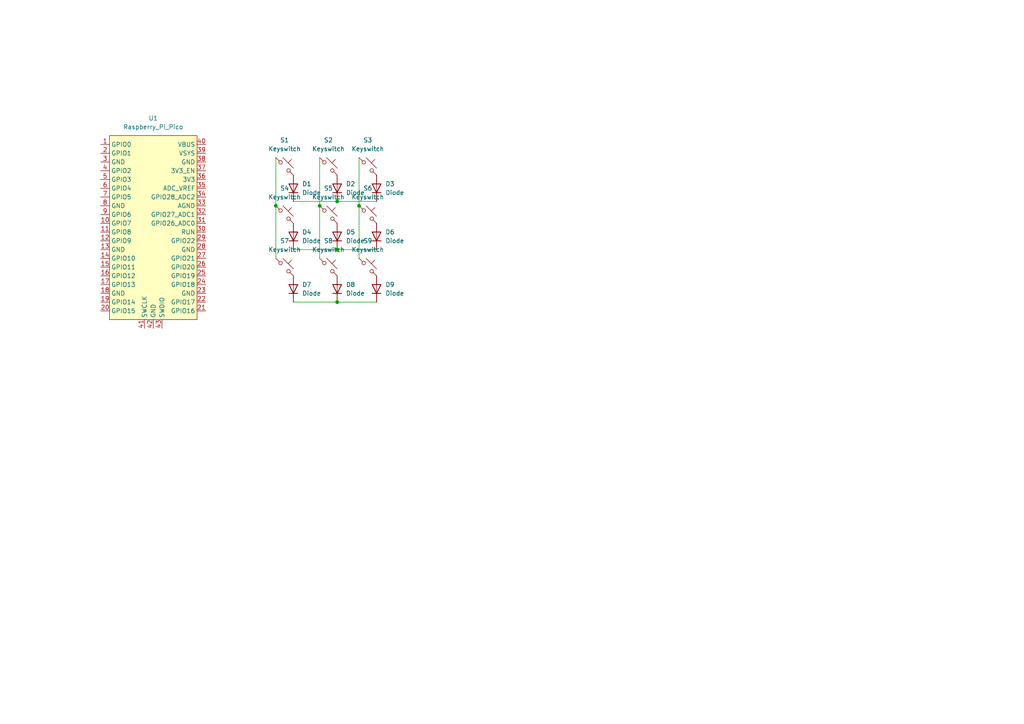
<source format=kicad_sch>
(kicad_sch (version 20250114) (generator "eeschema") (generator_version "9.0")
  (paper "A4")
  (lib_symbols
    (symbol "ScottoKeebs:MCU_Raspberry_Pi_Pico"
      (property "Reference" "U" (at 0 0 0))
      (property "Value" "Raspberry_Pi_Pico" (at 0 27.94 0))
      (symbol "MCU_Raspberry_Pi_Pico_0_1"
        (rectangle (start -12.7 26.67) (end 12.7 -26.67) (fill (type background)))
      )
      (symbol "MCU_Raspberry_Pi_Pico_1_1"
        (pin bidirectional line (at -15.24 24.13 0) (length 2.54) (name "GPIO0") (number "1"))
        (pin bidirectional line (at -15.24 21.59 0) (length 2.54) (name "GPIO1") (number "2"))
        (pin power_in line (at -15.24 19.05 0) (length 2.54) (name "GND") (number "3"))
        (pin bidirectional line (at -15.24 16.51 0) (length 2.54) (name "GPIO2") (number "4"))
        (pin bidirectional line (at -15.24 13.97 0) (length 2.54) (name "GPIO3") (number "5"))
        (pin bidirectional line (at -15.24 11.43 0) (length 2.54) (name "GPIO4") (number "6"))
        (pin bidirectional line (at -15.24 8.89 0) (length 2.54) (name "GPIO5") (number "7"))
        (pin power_in line (at -15.24 6.35 0) (length 2.54) (name "GND") (number "8"))
        (pin bidirectional line (at -15.24 3.81 0) (length 2.54) (name "GPIO6") (number "9"))
        (pin bidirectional line (at -15.24 1.27 0) (length 2.54) (name "GPIO7") (number "10"))
        (pin bidirectional line (at -15.24 -1.27 0) (length 2.54) (name "GPIO8") (number "11"))
        (pin bidirectional line (at -15.24 -3.81 0) (length 2.54) (name "GPIO9") (number "12"))
        (pin power_in line (at -15.24 -6.35 0) (length 2.54) (name "GND") (number "13"))
        (pin bidirectional line (at -15.24 -8.89 0) (length 2.54) (name "GPIO10") (number "14"))
        (pin bidirectional line (at -15.24 -11.43 0) (length 2.54) (name "GPIO11") (number "15"))
        (pin bidirectional line (at -15.24 -13.97 0) (length 2.54) (name "GPIO12") (number "16"))
        (pin bidirectional line (at -15.24 -16.51 0) (length 2.54) (name "GPIO13") (number "17"))
        (pin power_in line (at -15.24 -19.05 0) (length 2.54) (name "GND") (number "18"))
        (pin bidirectional line (at -15.24 -21.59 0) (length 2.54) (name "GPIO14") (number "19"))
        (pin bidirectional line (at -15.24 -24.13 0) (length 2.54) (name "GPIO15") (number "20"))
        (pin input line (at -2.54 -29.21 90) (length 2.54) (name "SWCLK") (number "41"))
        (pin power_in line (at 0 -29.21 90) (length 2.54) (name "GND") (number "42"))
        (pin bidirectional line (at 2.54 -29.21 90) (length 2.54) (name "SWDIO") (number "43"))
        (pin power_in line (at 15.24 24.13 180) (length 2.54) (name "VBUS") (number "40"))
        (pin power_in line (at 15.24 21.59 180) (length 2.54) (name "VSYS") (number "39"))
        (pin bidirectional line (at 15.24 19.05 180) (length 2.54) (name "GND") (number "38"))
        (pin input line (at 15.24 16.51 180) (length 2.54) (name "3V3_EN") (number "37"))
        (pin power_in line (at 15.24 13.97 180) (length 2.54) (name "3V3") (number "36"))
        (pin power_in line (at 15.24 11.43 180) (length 2.54) (name "ADC_VREF") (number "35"))
        (pin bidirectional line (at 15.24 8.89 180) (length 2.54) (name "GPIO28_ADC2") (number "34"))
        (pin power_in line (at 15.24 6.35 180) (length 2.54) (name "AGND") (number "33"))
        (pin bidirectional line (at 15.24 3.81 180) (length 2.54) (name "GPIO27_ADC1") (number "32"))
        (pin bidirectional line (at 15.24 1.27 180) (length 2.54) (name "GPIO26_ADC0") (number "31"))
        (pin input line (at 15.24 -1.27 180) (length 2.54) (name "RUN") (number "30"))
        (pin bidirectional line (at 15.24 -3.81 180) (length 2.54) (name "GPIO22") (number "29"))
        (pin power_in line (at 15.24 -6.35 180) (length 2.54) (name "GND") (number "28"))
        (pin bidirectional line (at 15.24 -8.89 180) (length 2.54) (name "GPIO21") (number "27"))
        (pin bidirectional line (at 15.24 -11.43 180) (length 2.54) (name "GPIO20") (number "26"))
        (pin bidirectional line (at 15.24 -13.97 180) (length 2.54) (name "GPIO19") (number "25"))
        (pin bidirectional line (at 15.24 -16.51 180) (length 2.54) (name "GPIO18") (number "24"))
        (pin power_in line (at 15.24 -19.05 180) (length 2.54) (name "GND") (number "23"))
        (pin bidirectional line (at 15.24 -21.59 180) (length 2.54) (name "GPIO17") (number "22"))
        (pin bidirectional line (at 15.24 -24.13 180) (length 2.54) (name "GPIO16") (number "21"))
      )
    )
    (symbol "ScottoKeebs:Placeholder_Diode" (pin_numbers (hide yes)) (pin_names (hide yes))
      (property "Reference" "D" (at 0 2.54 0))
      (property "Value" "Diode" (at 0 -2.54 0))
      (symbol "Placeholder_Diode_0_1"
        (polyline (pts (xy -1.27 1.27) (xy -1.27 -1.27)) (stroke (width 0.254)))
        (polyline (pts (xy 1.27 1.27) (xy 1.27 -1.27) (xy -1.27 0) (xy 1.27 1.27)) (stroke (width 0.254)))
        (polyline (pts (xy 1.27 0) (xy -1.27 0)))
      )
      (symbol "Placeholder_Diode_1_1"
        (pin passive line (at -3.81 0 0) (length 2.54) (name "K") (number "1"))
        (pin passive line (at 3.81 0 180) (length 2.54) (name "A") (number "2"))
      )
    )
    (symbol "ScottoKeebs:Placeholder_Keyswitch" (pin_numbers (hide yes)) (pin_names (offset 1.016) (hide yes))
      (property "Reference" "S" (at 3.048 1.016 0))
      (property "Value" "Keyswitch" (at 0 -3.81 0))
      (symbol "Placeholder_Keyswitch_0_1"
        (polyline (pts (xy -2.54 2.54) (xy -1.524 1.524) (xy -1.524 1.524)))
        (circle (center -1.1684 1.1684) (radius 0.508))
        (polyline (pts (xy -0.508 2.54) (xy 2.54 -0.508)))
        (polyline (pts (xy 1.016 1.016) (xy 2.032 2.032)))
        (circle (center 1.143 -1.1938) (radius 0.508))
        (polyline (pts (xy 1.524 -1.524) (xy 2.54 -2.54) (xy 2.54 -2.54) (xy 2.54 -2.54)))
        (pin passive line (at -2.54 2.54 0) (length 0) (name "1") (number "1"))
        (pin passive line (at 2.54 -2.54 180) (length 0) (name "2") (number "2"))
      )
    )
  )
  (junction (at 104.14 59.69))
  (junction (at 92.71 59.69))
  (junction (at 80.01 59.69))
  (junction (at 97.79 72.39))
  (junction (at 97.79 58.42))
  (junction (at 97.79 87.63))
  (wire (pts (xy 80.01 59.69) (xy 80.01 74.93)))
  (wire (pts (xy 104.14 45.72) (xy 104.14 59.69)))
  (wire (pts (xy 97.79 58.42) (xy 109.22 58.42)))
  (wire (pts (xy 85.09 58.42) (xy 97.79 58.42)))
  (wire (pts (xy 104.14 59.69) (xy 104.14 74.93)))
  (wire (pts (xy 97.79 72.39) (xy 109.22 72.39)))
  (wire (pts (xy 92.71 59.69) (xy 92.71 74.93)))
  (wire (pts (xy 80.01 45.72) (xy 80.01 59.69)))
  (wire (pts (xy 97.79 87.63) (xy 109.22 87.63)))
  (wire (pts (xy 85.09 87.63) (xy 97.79 87.63)))
  (wire (pts (xy 85.09 72.39) (xy 97.79 72.39)))
  (wire (pts (xy 92.71 45.72) (xy 92.71 59.69)))
  (symbol (lib_id "ScottoKeebs:Placeholder_Keyswitch") (at 106.68 48.26 0) (unit 1)
    (property "Reference" "S3" (at 106.68 40.64 0))
    (property "Value" "Keyswitch" (at 106.68 43.18 0))
    (property "Description" "Push button switch, normally open, two pins, 45° tilted" (effects (hide yes)))
  )
  (symbol (lib_id "ScottoKeebs:Placeholder_Diode") (at 85.09 54.61 90) (unit 1)
    (property "Reference" "D1" (at 87.63 53.3399 90) (effects (justify right)))
    (property "Value" "Diode" (at 87.63 55.8799 90) (effects (justify right)))
    (property "Description" "1N4148 (DO-35) or 1N4148W (SOD-123)" (effects (hide yes)))
    (property "Sim.Device" "D" (effects (hide yes)))
    (property "Sim.Pins" "1=K 2=A" (effects (hide yes)))
  )
  (symbol (lib_id "ScottoKeebs:Placeholder_Diode") (at 97.79 54.61 90) (unit 1)
    (property "Reference" "D2" (at 100.33 53.3399 90) (effects (justify right)))
    (property "Value" "Diode" (at 100.33 55.8799 90) (effects (justify right)))
    (property "Description" "1N4148 (DO-35) or 1N4148W (SOD-123)" (effects (hide yes)))
    (property "Sim.Device" "D" (effects (hide yes)))
    (property "Sim.Pins" "1=K 2=A" (effects (hide yes)))
  )
  (symbol (lib_id "ScottoKeebs:Placeholder_Diode") (at 97.79 68.58 90) (unit 1)
    (property "Reference" "D5" (at 100.33 67.3099 90) (effects (justify right)))
    (property "Value" "Diode" (at 100.33 69.8499 90) (effects (justify right)))
    (property "Description" "1N4148 (DO-35) or 1N4148W (SOD-123)" (effects (hide yes)))
    (property "Sim.Device" "D" (effects (hide yes)))
    (property "Sim.Pins" "1=K 2=A" (effects (hide yes)))
  )
  (symbol (lib_id "ScottoKeebs:Placeholder_Diode") (at 109.22 68.58 90) (unit 1)
    (property "Reference" "D6" (at 111.76 67.3099 90) (effects (justify right)))
    (property "Value" "Diode" (at 111.76 69.8499 90) (effects (justify right)))
    (property "Description" "1N4148 (DO-35) or 1N4148W (SOD-123)" (effects (hide yes)))
    (property "Sim.Device" "D" (effects (hide yes)))
    (property "Sim.Pins" "1=K 2=A" (effects (hide yes)))
  )
  (symbol (lib_id "ScottoKeebs:Placeholder_Diode") (at 109.22 83.82 90) (unit 1)
    (property "Reference" "D9" (at 111.76 82.5499 90) (effects (justify right)))
    (property "Value" "Diode" (at 111.76 85.0899 90) (effects (justify right)))
    (property "Description" "1N4148 (DO-35) or 1N4148W (SOD-123)" (effects (hide yes)))
    (property "Sim.Device" "D" (effects (hide yes)))
    (property "Sim.Pins" "1=K 2=A" (effects (hide yes)))
  )
  (symbol (lib_id "ScottoKeebs:Placeholder_Keyswitch") (at 82.55 48.26 0) (unit 1)
    (property "Reference" "S1" (at 82.55 40.64 0))
    (property "Value" "Keyswitch" (at 82.55 43.18 0))
    (property "Description" "Push button switch, normally open, two pins, 45° tilted" (effects (hide yes)))
  )
  (symbol (lib_id "ScottoKeebs:Placeholder_Keyswitch") (at 95.25 48.26 0) (unit 1)
    (property "Reference" "S2" (at 95.25 40.64 0))
    (property "Value" "Keyswitch" (at 95.25 43.18 0))
    (property "Description" "Push button switch, normally open, two pins, 45° tilted" (effects (hide yes)))
  )
  (symbol (lib_id "ScottoKeebs:Placeholder_Diode") (at 109.22 54.61 90) (unit 1)
    (property "Reference" "D3" (at 111.76 53.3399 90) (effects (justify right)))
    (property "Value" "Diode" (at 111.76 55.8799 90) (effects (justify right)))
    (property "Description" "1N4148 (DO-35) or 1N4148W (SOD-123)" (effects (hide yes)))
    (property "Sim.Device" "D" (effects (hide yes)))
    (property "Sim.Pins" "1=K 2=A" (effects (hide yes)))
  )
  (symbol (lib_id "ScottoKeebs:Placeholder_Keyswitch") (at 95.25 77.47 0) (unit 1)
    (property "Reference" "S8" (at 95.25 69.85 0))
    (property "Value" "Keyswitch" (at 95.25 72.39 0))
    (property "Description" "Push button switch, normally open, two pins, 45° tilted" (effects (hide yes)))
  )
  (symbol (lib_id "ScottoKeebs:Placeholder_Keyswitch") (at 95.25 62.23 0) (unit 1)
    (property "Reference" "S5" (at 95.25 54.61 0))
    (property "Value" "Keyswitch" (at 95.25 57.15 0))
    (property "Description" "Push button switch, normally open, two pins, 45° tilted" (effects (hide yes)))
  )
  (symbol (lib_id "ScottoKeebs:Placeholder_Keyswitch") (at 82.55 62.23 0) (unit 1)
    (property "Reference" "S4" (at 82.55 54.61 0))
    (property "Value" "Keyswitch" (at 82.55 57.15 0))
    (property "Description" "Push button switch, normally open, two pins, 45° tilted" (effects (hide yes)))
  )
  (symbol (lib_id "ScottoKeebs:Placeholder_Keyswitch") (at 106.68 77.47 0) (unit 1)
    (property "Reference" "S9" (at 106.68 69.85 0))
    (property "Value" "Keyswitch" (at 106.68 72.39 0))
    (property "Description" "Push button switch, normally open, two pins, 45° tilted" (effects (hide yes)))
  )
  (symbol (lib_id "ScottoKeebs:Placeholder_Diode") (at 85.09 83.82 90) (unit 1)
    (property "Reference" "D7" (at 87.63 82.5499 90) (effects (justify right)))
    (property "Value" "Diode" (at 87.63 85.0899 90) (effects (justify right)))
    (property "Description" "1N4148 (DO-35) or 1N4148W (SOD-123)" (effects (hide yes)))
    (property "Sim.Device" "D" (effects (hide yes)))
    (property "Sim.Pins" "1=K 2=A" (effects (hide yes)))
  )
  (symbol (lib_id "ScottoKeebs:Placeholder_Diode") (at 85.09 68.58 90) (unit 1)
    (property "Reference" "D4" (at 87.63 67.3099 90) (effects (justify right)))
    (property "Value" "Diode" (at 87.63 69.8499 90) (effects (justify right)))
    (property "Description" "1N4148 (DO-35) or 1N4148W (SOD-123)" (effects (hide yes)))
    (property "Sim.Device" "D" (effects (hide yes)))
    (property "Sim.Pins" "1=K 2=A" (effects (hide yes)))
  )
  (symbol (lib_id "ScottoKeebs:Placeholder_Keyswitch") (at 82.55 77.47 0) (unit 1)
    (property "Reference" "S7" (at 82.55 69.85 0))
    (property "Value" "Keyswitch" (at 82.55 72.39 0))
    (property "Description" "Push button switch, normally open, two pins, 45° tilted" (effects (hide yes)))
  )
  (symbol (lib_id "ScottoKeebs:Placeholder_Keyswitch") (at 106.68 62.23 0) (unit 1)
    (property "Reference" "S6" (at 106.68 54.61 0))
    (property "Value" "Keyswitch" (at 106.68 57.15 0))
    (property "Description" "Push button switch, normally open, two pins, 45° tilted" (effects (hide yes)))
  )
  (symbol (lib_id "ScottoKeebs:MCU_Raspberry_Pi_Pico") (at 44.45 66.04 0) (unit 1)
    (property "Reference" "U1" (at 44.45 34.29 0))
    (property "Value" "Raspberry_Pi_Pico" (at 44.45 36.83 0))
    (property "Footprint" "ScottoKeebs_MCU:Raspberry_Pi_Pico" (effects (hide yes)))
  )
  (symbol (lib_id "ScottoKeebs:Placeholder_Diode") (at 97.79 83.82 90) (unit 1)
    (property "Reference" "D8" (at 100.33 82.5499 90) (effects (justify right)))
    (property "Value" "Diode" (at 100.33 85.0899 90) (effects (justify right)))
    (property "Description" "1N4148 (DO-35) or 1N4148W (SOD-123)" (effects (hide yes)))
    (property "Sim.Device" "D" (effects (hide yes)))
    (property "Sim.Pins" "1=K 2=A" (effects (hide yes)))
  )
)
</source>
